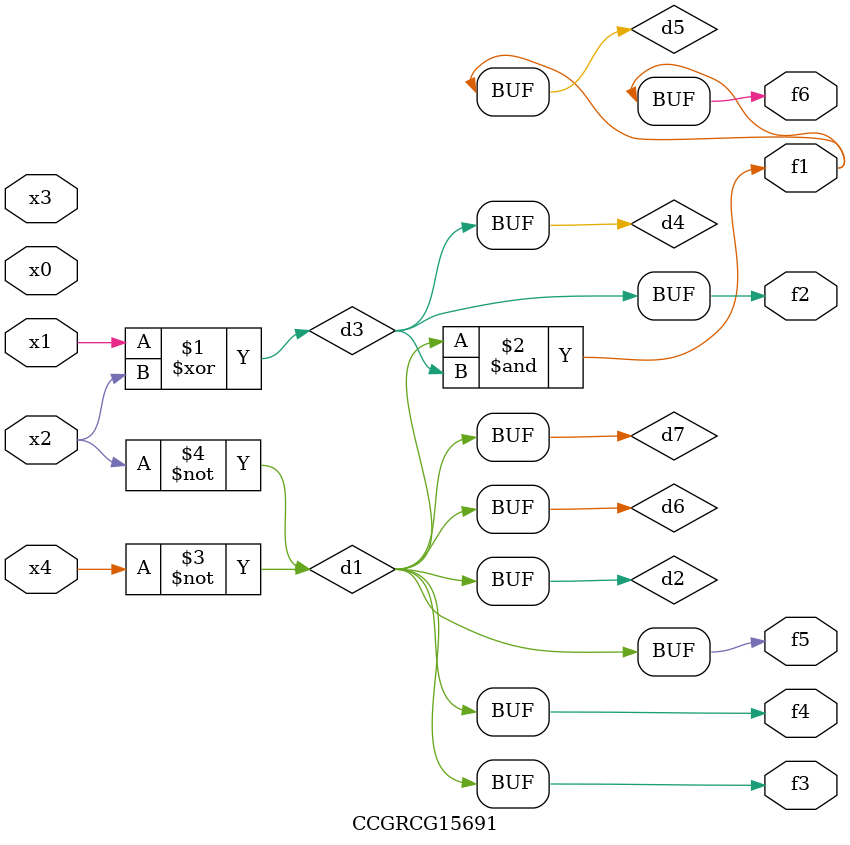
<source format=v>
module CCGRCG15691(
	input x0, x1, x2, x3, x4,
	output f1, f2, f3, f4, f5, f6
);

	wire d1, d2, d3, d4, d5, d6, d7;

	not (d1, x4);
	not (d2, x2);
	xor (d3, x1, x2);
	buf (d4, d3);
	and (d5, d1, d3);
	buf (d6, d1, d2);
	buf (d7, d2);
	assign f1 = d5;
	assign f2 = d4;
	assign f3 = d7;
	assign f4 = d7;
	assign f5 = d7;
	assign f6 = d5;
endmodule

</source>
